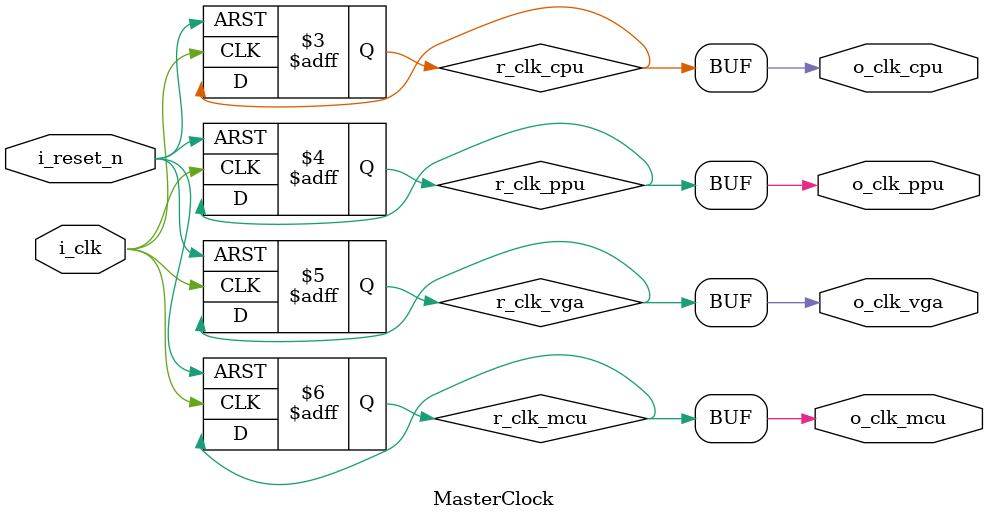
<source format=v>
module MasterClock(
    input i_clk,
    input i_reset_n,
    output o_clk_cpu,
    output o_clk_ppu,
    output o_clk_vga,
    output o_clk_mcu
);

reg r_clk_cpu;
reg r_clk_ppu;
reg r_clk_vga;
reg r_clk_mcu;

always @(posedge i_clk or negedge i_reset_n)
begin
    if (!i_reset_n)
    begin
        r_clk_cpu <= 0;
        r_clk_ppu <= 0;
        r_clk_vga <= 0;
        r_clk_mcu <= 0;

        // todo: reset internal counters
    end
    else
    begin
        // todo: increment internal counters
    end
end

assign o_clk_cpu = r_clk_cpu;
assign o_clk_ppu = r_clk_ppu;
assign o_clk_vga = r_clk_vga;
assign o_clk_mcu = r_clk_mcu;

endmodule
</source>
